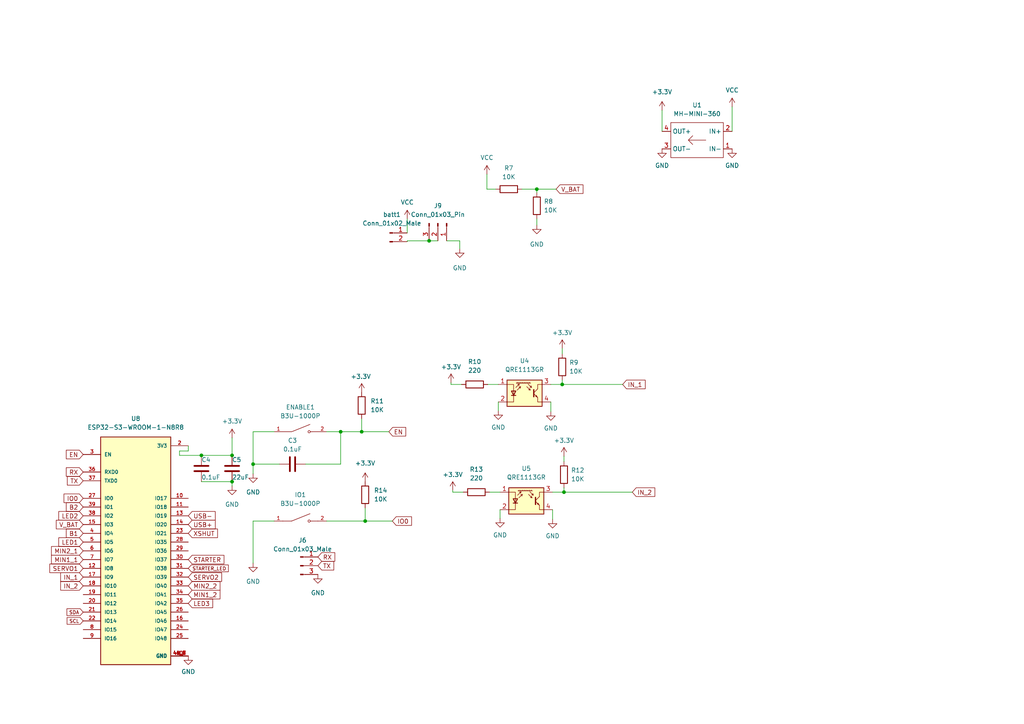
<source format=kicad_sch>
(kicad_sch (version 20231120) (generator "eeschema") (generator_version "8.0")
  (paper "A4")
  (junction (at 105.918 151.13))
  (junction (at 301.752 113.284))
  (junction (at 300.99 83.058))
  (junction (at 324.358 19.05))
  (junction (at 104.902 125.222))
  (junction (at 73.406 134.62))
  (junction (at 124.46 69.85))
  (junction (at 155.702 54.864))
  (junction (at 67.31 132.08))
  (junction (at 98.806 125.222))
  (junction (at 163.068 111.506))
  (junction (at 67.31 139.7))
  (junction (at 325.12 39.624))
  (junction (at 58.42 132.08))
  (junction (at 163.576 142.748))
  (wire (pts (xy 321.564 19.05) (xy 324.358 19.05)))
  (wire (pts (xy 130.81 110.998) (xy 130.81 111.506)))
  (wire (pts (xy 141.986 142.748) (xy 145.034 142.748)))
  (wire (pts (xy 349.758 19.05) (xy 349.758 21.59)))
  (wire (pts (xy 428.752 17.526) (xy 437.134 17.526)))
  (wire (pts (xy 343.916 39.624) (xy 350.012 39.624)))
  (wire (pts (xy 348.234 77.978) (xy 351.028 77.978)))
  (wire (pts (xy 144.526 116.586) (xy 144.526 119.126)))
  (wire (pts (xy 94.742 151.13) (xy 105.918 151.13)))
  (wire (pts (xy 163.576 132.334) (xy 163.576 133.858)))
  (wire (pts (xy 104.902 121.412) (xy 104.902 125.222)))
  (wire (pts (xy 343.408 19.05) (xy 349.758 19.05)))
  (wire (pts (xy 325.12 26.924) (xy 325.12 28.956)))
  (wire (pts (xy 369.57 25.654) (xy 369.57 29.972)))
  (wire (pts (xy 163.068 111.506) (xy 180.594 111.506)))
  (wire (pts (xy 129.54 69.85) (xy 133.35 69.85)))
  (wire (pts (xy 94.742 125.222) (xy 98.806 125.222)))
  (wire (pts (xy 391.414 25.654) (xy 391.414 29.972)))
  (wire (pts (xy 338.582 187.706) (xy 340.614 187.706)))
  (wire (pts (xy 104.902 125.222) (xy 112.776 125.222)))
  (wire (pts (xy 324.358 16.002) (xy 324.358 19.05)))
  (wire (pts (xy 352.806 98.806) (xy 352.806 108.204)))
  (wire (pts (xy 159.766 111.506) (xy 163.068 111.506)))
  (wire (pts (xy 131.318 142.24) (xy 131.318 142.748)))
  (wire (pts (xy 405.13 25.908) (xy 405.13 30.226)))
  (wire (pts (xy 52.07 130.81) (xy 54.61 130.81)))
  (wire (pts (xy 338.582 192.786) (xy 339.852 192.786)))
  (wire (pts (xy 151.384 54.864) (xy 155.702 54.864)))
  (wire (pts (xy 352.806 191.008) (xy 352.806 187.198)))
  (wire (pts (xy 105.918 151.13) (xy 113.792 151.13)))
  (wire (pts (xy 118.11 69.85) (xy 124.46 69.85)))
  (wire (pts (xy 192.024 32.004) (xy 192.024 38.1)))
  (wire (pts (xy 52.07 132.08) (xy 52.07 130.81)))
  (wire (pts (xy 73.406 151.13) (xy 73.406 163.322)))
  (wire (pts (xy 141.224 54.864) (xy 143.764 54.864)))
  (wire (pts (xy 58.42 139.7) (xy 67.31 139.7)))
  (wire (pts (xy 359.156 18.034) (xy 359.156 14.224)))
  (wire (pts (xy 73.406 134.62) (xy 81.026 134.62)))
  (wire (pts (xy 145.034 147.828) (xy 145.034 150.368)))
  (wire (pts (xy 445.262 34.036) (xy 445.262 34.29)))
  (wire (pts (xy 351.028 96.266) (xy 358.394 96.266)))
  (wire (pts (xy 391.414 3.556) (xy 391.414 6.604)))
  (wire (pts (xy 351.028 93.726) (xy 358.394 93.726)))
  (wire (pts (xy 352.806 108.204) (xy 349.504 108.204)))
  (wire (pts (xy 325.12 39.624) (xy 328.676 39.624)))
  (wire (pts (xy 351.028 77.978) (xy 351.028 93.726)))
  (wire (pts (xy 316.484 159.766) (xy 324.358 159.766)))
  (wire (pts (xy 350.012 39.624) (xy 350.012 42.164)))
  (wire (pts (xy 379.73 25.654) (xy 379.73 29.972)))
  (wire (pts (xy 383.54 57.15) (xy 396.494 57.15)))
  (wire (pts (xy 359.156 25.654) (xy 359.156 29.972)))
  (wire (pts (xy 352.806 159.512) (xy 360.68 159.512)))
  (wire (pts (xy 353.06 91.186) (xy 353.06 75.438)))
  (wire (pts (xy 118.11 69.85) (xy 118.11 70.104)))
  (wire (pts (xy 130.81 111.506) (xy 133.858 111.506)))
  (wire (pts (xy 353.06 75.438) (xy 348.234 75.438)))
  (wire (pts (xy 322.326 39.624) (xy 325.12 39.624)))
  (wire (pts (xy 160.274 147.828) (xy 160.274 150.622)))
  (wire (pts (xy 73.406 151.13) (xy 79.502 151.13)))
  (wire (pts (xy 155.702 54.864) (xy 155.702 55.88)))
  (wire (pts (xy 378.46 186.944) (xy 386.08 186.944)))
  (wire (pts (xy 88.646 134.62) (xy 98.806 134.62)))
  (wire (pts (xy 324.358 6.35) (xy 324.358 8.382)))
  (wire (pts (xy 67.31 132.08) (xy 58.42 132.08)))
  (wire (pts (xy 300.99 83.058) (xy 312.674 83.058)))
  (wire (pts (xy 155.702 54.864) (xy 161.29 54.864)))
  (wire (pts (xy 360.68 163.322) (xy 352.806 163.322)))
  (wire (pts (xy 300.99 83.058) (xy 300.99 85.344)))
  (wire (pts (xy 141.478 111.506) (xy 144.526 111.506)))
  (wire (pts (xy 133.35 69.85) (xy 133.35 72.136)))
  (wire (pts (xy 98.806 134.62) (xy 98.806 125.222)))
  (wire (pts (xy 340.868 197.866) (xy 338.582 197.866)))
  (wire (pts (xy 163.068 111.506) (xy 163.068 110.236)))
  (wire (pts (xy 352.806 163.322) (xy 352.806 164.084)))
  (wire (pts (xy 73.406 134.62) (xy 73.406 125.222)))
  (wire (pts (xy 163.576 142.748) (xy 163.576 141.478)))
  (wire (pts (xy 386.08 192.024) (xy 386.08 191.77)))
  (wire (pts (xy 52.07 132.08) (xy 58.42 132.08)))
  (wire (pts (xy 316.484 158.242) (xy 316.484 159.766)))
  (wire (pts (xy 425.196 22.86) (xy 425.196 25.146)))
  (wire (pts (xy 445.262 34.036) (xy 455.168 34.036)))
  (wire (pts (xy 212.344 38.1) (xy 212.344 30.988)))
  (wire (pts (xy 391.414 18.034) (xy 391.414 14.224)))
  (wire (pts (xy 163.068 101.092) (xy 163.068 102.616)))
  (wire (pts (xy 67.31 132.08) (xy 67.31 127)))
  (wire (pts (xy 383.54 71.882) (xy 396.494 71.882)))
  (wire (pts (xy 351.028 105.664) (xy 351.028 96.266)))
  (wire (pts (xy 369.57 18.034) (xy 369.57 14.224)))
  (wire (pts (xy 163.576 142.748) (xy 183.388 142.748)))
  (wire (pts (xy 379.73 18.034) (xy 379.73 14.224)))
  (wire (pts (xy 455.168 41.656) (xy 439.928 41.656)))
  (wire (pts (xy 67.31 140.97) (xy 67.31 139.7)))
  (wire (pts (xy 54.61 130.81) (xy 54.61 129.286)))
  (wire (pts (xy 324.358 163.576) (xy 316.484 163.576)))
  (wire (pts (xy 160.274 142.748) (xy 163.576 142.748)))
  (wire (pts (xy 439.928 41.656) (xy 439.928 40.386)))
  (wire (pts (xy 358.394 91.186) (xy 353.06 91.186)))
  (wire (pts (xy 340.614 187.706) (xy 340.614 185.674)))
  (wire (pts (xy 405.13 18.288) (xy 405.13 14.478)))
  (wire (pts (xy 324.358 19.05) (xy 328.168 19.05)))
  (wire (pts (xy 141.224 50.546) (xy 141.224 54.864)))
  (wire (pts (xy 352.806 198.628) (xy 352.806 202.946)))
  (wire (pts (xy 301.752 113.284) (xy 313.944 113.284)))
  (wire (pts (xy 105.918 147.32) (xy 105.918 151.13)))
  (wire (pts (xy 325.12 36.576) (xy 325.12 39.624)))
  (wire (pts (xy 155.702 63.5) (xy 155.702 65.278)))
  (wire (pts (xy 159.766 116.586) (xy 159.766 119.38)))
  (wire (pts (xy 73.406 137.414) (xy 73.406 134.62)))
  (wire (pts (xy 124.46 69.85) (xy 127 69.85)))
  (wire (pts (xy 73.406 125.222) (xy 79.502 125.222)))
  (wire (pts (xy 352.806 157.988) (xy 352.806 159.512)))
  (wire (pts (xy 358.394 98.806) (xy 352.806 98.806)))
  (wire (pts (xy 104.902 125.222) (xy 98.806 125.222)))
  (wire (pts (xy 301.752 113.284) (xy 301.752 115.316)))
  (wire (pts (xy 349.504 105.664) (xy 351.028 105.664)))
  (wire (pts (xy 316.484 163.576) (xy 316.484 164.338)))
  (wire (pts (xy 373.634 189.484) (xy 386.08 189.484)))
  (wire (pts (xy 118.11 67.564) (xy 118.11 63.5)))
  (wire (pts (xy 425.196 25.146) (xy 437.134 25.146)))
  (wire (pts (xy 405.13 3.81) (xy 405.13 6.858)))
  (wire (pts (xy 131.318 142.748) (xy 134.366 142.748)))
  (global_label "LED3" (shape input) (at 369.57 6.604 90) (property "Intersheetrefs" "${INTERSHEET_REFS}" (effects (hide yes))))
  (global_label "SERVO2" (shape input) (at 54.61 167.386 0) (property "Intersheetrefs" "${INTERSHEET_REFS}" (effects (hide yes))))
  (global_label "LED2" (shape input) (at 379.73 6.604 90) (property "Intersheetrefs" "${INTERSHEET_REFS}" (effects (hide yes))))
  (global_label "V_BAT" (shape input) (at 24.13 152.146 180) (property "Intersheetrefs" "${INTERSHEET_REFS}" (effects (hide yes))))
  (global_label "LED1" (shape input) (at 359.156 6.604 90) (property "Intersheetrefs" "${INTERSHEET_REFS}" (effects (hide yes))))
  (global_label "EN" (shape input) (at 24.13 131.826 180) (property "Intersheetrefs" "${INTERSHEET_REFS}" (effects (hide yes))))
  (global_label "IN_1" (shape input) (at 180.594 111.506 0) (property "Intersheetrefs" "${INTERSHEET_REFS}" (effects (hide yes))))
  (global_label "MIN2_1" (shape input) (at 312.674 77.978 180) (property "Intersheetrefs" "${INTERSHEET_REFS}" (effects (hide yes))))
  (global_label "SERVO2" (shape input) (at 383.54 74.422 0) (property "Intersheetrefs" "${INTERSHEET_REFS}" (effects (hide yes))))
  (global_label "RX" (shape input) (at 24.13 136.906 180) (property "Intersheetrefs" "${INTERSHEET_REFS}" (effects (hide yes))))
  (global_label "XSHUT" (shape input) (at 54.61 154.686 0) (property "Intersheetrefs" "${INTERSHEET_REFS}" (effects (hide yes))))
  (global_label "B2" (shape input) (at 321.564 19.05 180) (property "Intersheetrefs" "${INTERSHEET_REFS}" (effects (hide yes))))
  (global_label "IO0" (shape input) (at 24.13 144.526 180) (property "Intersheetrefs" "${INTERSHEET_REFS}" (effects (hide yes))))
  (global_label "STARTER" (shape input) (at 339.852 192.786 0) (property "Intersheetrefs" "${INTERSHEET_REFS}" (effects (hide yes))))
  (global_label "SCL" (shape input) (at 324.358 167.386 180) (effects (font (size 1 1))) (property "Intersheetrefs" "${INTERSHEET_REFS}" (effects (hide yes))))
  (global_label "IN_2" (shape input) (at 455.168 36.576 180) (property "Intersheetrefs" "${INTERSHEET_REFS}" (effects (hide yes))))
  (global_label "USB-" (shape input) (at 54.61 149.606 0) (property "Intersheetrefs" "${INTERSHEET_REFS}" (effects (hide yes))))
  (global_label "TX" (shape input) (at 92.202 164.084 0) (property "Intersheetrefs" "${INTERSHEET_REFS}" (effects (hide yes))))
  (global_label "SDA" (shape input) (at 360.68 170.942 180) (effects (font (size 1 1))) (property "Intersheetrefs" "${INTERSHEET_REFS}" (effects (hide yes))))
  (global_label "EN" (shape input) (at 112.776 125.222 0) (property "Intersheetrefs" "${INTERSHEET_REFS}" (effects (hide yes))))
  (global_label "STARTER_LED" (shape input) (at 54.61 164.846 0) (effects (font (size 1 1))) (property "Intersheetrefs" "${INTERSHEET_REFS}" (effects (hide yes))))
  (global_label "MIN1_2" (shape input) (at 54.61 172.466 0) (property "Intersheetrefs" "${INTERSHEET_REFS}" (effects (hide yes))))
  (global_label "IN_2" (shape input) (at 183.388 142.748 0) (property "Intersheetrefs" "${INTERSHEET_REFS}" (effects (hide yes))))
  (global_label "MIN1_1" (shape input) (at 312.674 75.438 180) (property "Intersheetrefs" "${INTERSHEET_REFS}" (effects (hide yes))))
  (global_label "LED2" (shape input) (at 24.13 149.606 180) (property "Intersheetrefs" "${INTERSHEET_REFS}" (effects (hide yes))))
  (global_label "B2" (shape input) (at 24.13 147.066 180) (property "Intersheetrefs" "${INTERSHEET_REFS}" (effects (hide yes))))
  (global_label "V_BAT" (shape input) (at 161.29 54.864 0) (property "Intersheetrefs" "${INTERSHEET_REFS}" (effects (hide yes))))
  (global_label "SDA" (shape input) (at 324.358 171.196 180) (effects (font (size 1 1))) (property "Intersheetrefs" "${INTERSHEET_REFS}" (effects (hide yes))))
  (global_label "IN_1" (shape input) (at 455.168 39.116 180) (property "Intersheetrefs" "${INTERSHEET_REFS}" (effects (hide yes))))
  (global_label "SERVO1" (shape input) (at 383.54 59.69 0) (property "Intersheetrefs" "${INTERSHEET_REFS}" (effects (hide yes))))
  (global_label "STARTER" (shape input) (at 386.08 191.77 180) (property "Intersheetrefs" "${INTERSHEET_REFS}" (effects (hide yes))))
  (global_label "MIN1_2" (shape input) (at 313.944 105.664 180) (property "Intersheetrefs" "${INTERSHEET_REFS}" (effects (hide yes))))
  (global_label "MIN2_2" (shape input) (at 313.944 108.204 180) (property "Intersheetrefs" "${INTERSHEET_REFS}" (effects (hide yes))))
  (global_label "SCL" (shape input) (at 360.68 167.132 180) (effects (font (size 1 1))) (property "Intersheetrefs" "${INTERSHEET_REFS}" (effects (hide yes))))
  (global_label "IN_2" (shape input) (at 24.13 169.926 180) (property "Intersheetrefs" "${INTERSHEET_REFS}" (effects (hide yes))))
  (global_label "MIN2_2" (shape input) (at 54.61 169.926 0) (property "Intersheetrefs" "${INTERSHEET_REFS}" (effects (hide yes))))
  (global_label "IO0" (shape input) (at 113.792 151.13 0) (property "Intersheetrefs" "${INTERSHEET_REFS}" (effects (hide yes))))
  (global_label "LED3" (shape input) (at 54.61 175.006 0) (property "Intersheetrefs" "${INTERSHEET_REFS}" (effects (hide yes))))
  (global_label "SDA" (shape input) (at 24.13 177.546 180) (effects (font (size 1 1))) (property "Intersheetrefs" "${INTERSHEET_REFS}" (effects (hide yes))))
  (global_label "XSHUT" (shape input) (at 385.318 163.83 270) (property "Intersheetrefs" "${INTERSHEET_REFS}" (effects (hide yes))))
  (global_label "MIN1_1" (shape input) (at 24.13 162.306 180) (property "Intersheetrefs" "${INTERSHEET_REFS}" (effects (hide yes))))
  (global_label "B1" (shape input) (at 24.13 154.686 180) (property "Intersheetrefs" "${INTERSHEET_REFS}" (effects (hide yes))))
  (global_label "B1" (shape input) (at 322.326 39.624 180) (property "Intersheetrefs" "${INTERSHEET_REFS}" (effects (hide yes))))
  (global_label "MIN2_1" (shape input) (at 24.13 159.766 180) (property "Intersheetrefs" "${INTERSHEET_REFS}" (effects (hide yes))))
  (global_label "IN_1" (shape input) (at 437.134 22.606 180) (property "Intersheetrefs" "${INTERSHEET_REFS}" (effects (hide yes))))
  (global_label "LED1" (shape input) (at 24.13 157.226 180) (property "Intersheetrefs" "${INTERSHEET_REFS}" (effects (hide yes))))
  (global_label "TX" (shape input) (at 24.13 139.446 180) (property "Intersheetrefs" "${INTERSHEET_REFS}" (effects (hide yes))))
  (global_label "RX" (shape input) (at 92.202 161.544 0) (property "Intersheetrefs" "${INTERSHEET_REFS}" (effects (hide yes))))
  (global_label "SCL" (shape input) (at 24.13 180.086 180) (effects (font (size 1 1))) (property "Intersheetrefs" "${INTERSHEET_REFS}" (effects (hide yes))))
  (global_label "STARTER" (shape input) (at 54.61 162.306 0) (property "Intersheetrefs" "${INTERSHEET_REFS}" (effects (hide yes))))
  (global_label "IN_2" (shape input) (at 437.134 20.066 180) (property "Intersheetrefs" "${INTERSHEET_REFS}" (effects (hide yes))))
  (global_label "STARTER_LED" (shape input) (at 352.806 179.578 90) (effects (font (size 1 1))) (property "Intersheetrefs" "${INTERSHEET_REFS}" (effects (hide yes))))
  (global_label "IN_1" (shape input) (at 24.13 167.386 180) (property "Intersheetrefs" "${INTERSHEET_REFS}" (effects (hide yes))))
  (global_label "SERVO1" (shape input) (at 24.13 164.846 180) (property "Intersheetrefs" "${INTERSHEET_REFS}" (effects (hide yes))))
  (global_label "USB+" (shape input) (at 54.61 152.146 0) (property "Intersheetrefs" "${INTERSHEET_REFS}" (effects (hide yes))))
  (symbol (lib_id "power:GND") (at 428.752 17.526 0) (unit 1)
    (property "Reference" "#PWR03" (effects (hide yes)))
    (property "Value" "GND" (at 428.752 22.86 0))
  )
  (symbol (lib_id "power:+3.3V") (at 425.196 22.86 0) (unit 1)
    (property "Reference" "#PWR05" (effects (hide yes)))
    (property "Value" "+3.3V" (at 425.196 18.288 0))
  )
  (symbol (lib_id "Device:LED") (at 391.414 21.844 90) (unit 1)
    (property "Reference" "3.3V1" (at 395.29 22.1614 90) (effects (justify right)))
    (property "Value" "LED" (at 395.29 24.7014 90) (effects (justify right)))
    (property "Footprint" "LED_SMD:LED_0603_1608Metric" (effects (hide yes)))
  )
  (symbol (lib_id "Sensor_Proximity:QRE1113GR") (at 152.654 145.288 0) (unit 1)
    (property "Reference" "U5" (at 152.654 135.89 0))
    (property "Value" "QRE1113GR" (at 152.654 138.43 0))
    (property "Footprint" "OptoDevice:OnSemi_CASE100CY" (effects (hide yes)))
    (property "Datasheet" "http://www.onsemi.com/pub/Collateral/QRE1113-D.PDF" (effects (hide yes)))
  )
  (symbol (lib_id "Device:LED") (at 405.13 22.098 90) (unit 1)
    (property "Reference" "V_BAT1" (at 408.94 22.4154 90) (effects (justify right)))
    (property "Value" "LED" (at 408.94 24.9554 90) (effects (justify right)))
    (property "Footprint" "LED_SMD:LED_0603_1608Metric" (effects (hide yes)))
  )
  (symbol (lib_id "power:+3.3V") (at 340.614 185.674 0) (unit 1)
    (property "Reference" "#PWR052" (effects (hide yes)))
    (property "Value" "+3.3V" (at 340.614 181.102 0))
  )
  (symbol (lib_id "Device:C") (at 84.836 134.62 270) (unit 1)
    (property "Reference" "C3" (at 84.836 127.762 90))
    (property "Value" "0.1uF" (at 84.836 130.302 90))
    (property "Footprint" "Capacitor_SMD:C_0603_1608Metric" (effects (hide yes)))
  )
  (symbol (lib_id "power:GND") (at 350.012 42.164 0) (unit 1)
    (property "Reference" "#PWR015" (effects (hide yes)))
    (property "Value" "GND" (at 350.012 46.99 0))
  )
  (symbol (lib_id "power:+3.3V") (at 67.31 127 0) (unit 1)
    (property "Reference" "#PWR058" (effects (hide yes)))
    (property "Value" "+3.3V" (at 67.31 122.174 0))
  )
  (symbol (lib_id "Device:LED") (at 369.57 21.844 90) (unit 1)
    (property "Reference" "LED2" (at 373.446 22.1614 90) (effects (justify right)))
    (property "Value" "LED" (at 373.446 24.7014 90) (effects (justify right)))
    (property "Footprint" "LED_SMD:LED_0603_1608Metric" (effects (hide yes)))
  )
  (symbol (lib_id "power:GND") (at 445.262 34.29 0) (unit 1)
    (property "Reference" "#PWR013" (effects (hide yes)))
    (property "Value" "GND" (at 445.262 39.624 0))
  )
  (symbol (lib_id "power:GND") (at 212.344 43.18 0) (unit 1)
    (property "Reference" "#PWR017" (effects (hide yes)))
    (property "Value" "GND" (at 212.344 48.006 0))
  )
  (symbol (lib_id "Device:R") (at 104.902 117.602 180) (unit 1)
    (property "Reference" "R11" (at 107.442 116.3319 0) (effects (justify right)))
    (property "Value" "10K" (at 107.442 118.8719 0) (effects (justify right)))
    (property "Footprint" "Resistor_SMD:R_0603_1608Metric" (effects (hide yes)))
  )
  (symbol (lib_id "power:GND") (at 405.13 30.226 0) (unit 1)
    (property "Reference" "#PWR050" (effects (hide yes)))
    (property "Value" "GND" (at 405.13 35.56 0))
  )
  (symbol (lib_id "power:GND") (at 73.406 163.322 0) (unit 1)
    (property "Reference" "#PWR046" (effects (hide yes)))
    (property "Value" "GND" (at 73.406 168.656 0))
  )
  (symbol (lib_id "Device:R") (at 163.068 106.426 180) (unit 1)
    (property "Reference" "R9" (at 165.1 105.1559 0) (effects (justify right)))
    (property "Value" "10K" (at 165.1 107.6959 0) (effects (justify right)))
    (property "Footprint" "Resistor_SMD:R_0603_1608Metric" (effects (hide yes)))
  )
  (symbol (lib_id "power:VCC") (at 212.344 30.988 0) (unit 1)
    (property "Reference" "#PWR011" (effects (hide yes)))
    (property "Value" "VCC" (at 212.344 26.162 0))
  )
  (symbol (lib_id "power:+3.3V") (at 325.12 26.924 0) (unit 1)
    (property "Reference" "#PWR06" (effects (hide yes)))
    (property "Value" "+3.3V" (at 325.12 22.352 0))
  )
  (symbol (lib_id "drv8210DRLR:DRV8210DRLR") (at 331.724 113.284 0) (unit 1)
    (property "Reference" "U3" (at 331.724 97.282 0))
    (property "Value" "DRV8210DRLR" (at 331.724 99.822 0))
    (property "Footprint" "drv8210DRLR:SOT50P160X60-6N" (effects (hide yes)))
    (property "Description" "\n12-V, 1.76-A H-bridge motor driver with auto sleep mode\n" (effects (hide yes)))
    (property "MF" "Texas Instruments" (effects (hide yes)))
    (property "Package" "SOT-563 Texas Instruments" (effects (hide yes)))
    (property "Price" "None" (effects (hide yes)))
    (property "Check_prices" "https://www.snapeda.com/parts/DRV8210DRLR/Texas+Instruments/view-part/?ref=eda" (effects (hide yes)))
    (property "SnapEDA_Link" "https://www.snapeda.com/parts/DRV8210DRLR/Texas+Instruments/view-part/?ref=snap" (effects (hide yes)))
    (property "MP" "DRV8210DRLR" (effects (hide yes)))
    (property "Purchase-URL" "https://www.snapeda.com/api/url_track_click_mouser/?unipart_id=8659260&manufacturer=Texas Instruments&part_name=DRV8210DRLR&search_term=drv8210drlr" (effects (hide yes)))
    (property "Availability" "In Stock" (effects (hide yes)))
    (property "Manufacturer" "Texas Instruments" (effects (hide yes)))
  )
  (symbol (lib_id "New_Library:MH-MINI-360") (at 202.184 48.26 180) (unit 1)
    (property "Reference" "U1" (at 202.184 30.48 0))
    (property "Value" "MH-MINI-360" (at 202.184 33.02 0))
    (property "Footprint" "MH-MINI-360:MH-MINI-360" (effects (hide yes)))
  )
  (symbol (lib_id "Device:R") (at 137.668 111.506 90) (unit 1)
    (property "Reference" "R10" (at 137.668 104.902 90))
    (property "Value" "220" (at 137.668 107.442 90))
    (property "Footprint" "Resistor_SMD:R_0603_1608Metric" (effects (hide yes)))
  )
  (symbol (lib_id "power:VCC") (at 396.494 71.882 0) (unit 1)
    (property "Reference" "#PWR024" (effects (hide yes)))
    (property "Value" "VCC" (at 396.494 67.056 0))
  )
  (symbol (lib_id "B3U-1000P:B3U-1000P") (at 87.122 151.13 0) (unit 1)
    (property "Reference" "IO1" (at 87.122 143.51 0))
    (property "Value" "B3U-1000P" (at 87.122 146.05 0))
    (property "Footprint" "B3U-1000P:SW_B3U-1000P" (effects (hide yes)))
    (property "Description" "\nSWITCH;TACTILE,TOP ACTUATED,TACTILE & JOG SWITCHES W/O BOSS W/O GROUND | Omron Electronic Components B3U-1000P\n" (effects (hide yes)))
    (property "MF" "Omron" (effects (hide yes)))
    (property "DESCRIPTION" "Tactile Switch SPST-NO Top Actuated Surface Mount" (effects (hide yes)))
    (property "PACKAGE" "None" (effects (hide yes)))
    (property "PRICE" "None" (effects (hide yes)))
    (property "Package" "Custom Package Omron" (effects (hide yes)))
    (property "Check_prices" "https://www.snapeda.com/parts/B3U-1000P/Omron+Electronics+Inc-EMC+Div/view-part/?ref=eda" (effects (hide yes)))
    (property "Price" "None" (effects (hide yes)))
    (property "SnapEDA_Link" "https://www.snapeda.com/parts/B3U-1000P/Omron+Electronics+Inc-EMC+Div/view-part/?ref=snap" (effects (hide yes)))
    (property "MP" "B3U-1000P" (effects (hide yes)))
    (property "Purchase-URL" "https://www.snapeda.com/api/url_track_click_mouser/?unipart_id=104326&manufacturer=Omron&part_name=B3U-1000P&search_term= b3u" (effects (hide yes)))
    (property "Availability" "In Stock" (effects (hide yes)))
    (property "AVAILABILITY" "Unavailable" (effects (hide yes)))
  )
  (symbol (lib_id "power:VCC") (at 301.752 113.284 0) (unit 1)
    (property "Reference" "#PWR031" (effects (hide yes)))
    (property "Value" "VCC" (at 301.752 108.458 0))
  )
  (symbol (lib_id "power:GND") (at 383.54 54.61 90) (unit 1)
    (property "Reference" "#PWR019" (effects (hide yes)))
    (property "Value" "GND" (at 386.842 54.6099 90) (effects (justify right)))
  )
  (symbol (lib_id "Device:C") (at 58.42 135.89 180) (unit 1)
    (property "Reference" "C4" (at 58.42 133.35 0) (effects (justify right)))
    (property "Value" "0.1uF" (at 58.42 138.43 0) (effects (justify right)))
    (property "Footprint" "Capacitor_SMD:C_0603_1608Metric" (effects (hide yes)))
  )
  (symbol (lib_id "Connector:Conn_01x02_Male") (at 363.474 98.806 180) (unit 1)
    (property "Reference" "J4" (at 364.49 96.2659 0) (effects (justify right)))
    (property "Value" "Conn_01x02_Male" (at 364.49 98.8059 0) (effects (justify right)))
    (property "Footprint" "Connector_PinHeader_1.27mm:PinHeader_1x02_P1.27mm_Vertical" (effects (hide yes)))
  )
  (symbol (lib_id "power:GND") (at 301.752 122.936 0) (unit 1)
    (property "Reference" "#PWR036" (effects (hide yes)))
    (property "Value" "GND" (at 301.752 128.524 0))
  )
  (symbol (lib_id "power:GND") (at 155.702 65.278 0) (unit 1)
    (property "Reference" "#PWR022" (effects (hide yes)))
    (property "Value" "GND" (at 155.702 70.866 0))
  )
  (symbol (lib_name "TOFVL53L0X_1") (lib_id "TOFVL53L0X:TOFVL53L0X") (at 333.248 153.416 0) (unit 1)
    (property "Reference" "U7" (at 335.788 152.4 0))
    (property "Value" "TOFVL53L0X" (at 335.788 154.94 0))
    (property "Footprint" "TOFVL53L0X:TOFVL53L0X" (effects (hide yes)))
  )
  (symbol (lib_id "Connector:Conn_01x04_Female") (at 460.248 36.576 0) (unit 1)
    (property "Reference" "J2" (at 461.518 36.5759 0) (effects (justify left)))
    (property "Value" "Conn_01x04_Female" (at 461.518 39.1159 0) (effects (justify left)))
    (property "Footprint" "Connector_PinHeader_2.54mm:PinHeader_1x04_P2.54mm_Vertical" (effects (hide yes)))
  )
  (symbol (lib_id "power:GND") (at 349.758 21.59 0) (unit 1)
    (property "Reference" "#PWR04" (effects (hide yes)))
    (property "Value" "GND" (at 349.758 26.416 0))
  )
  (symbol (lib_id "B3U-1000P:B3U-1000P") (at 87.122 125.222 0) (unit 1)
    (property "Reference" "ENABLE1" (at 87.122 118.11 0))
    (property "Value" "B3U-1000P" (at 87.122 120.65 0))
    (property "Footprint" "B3U-1000P:SW_B3U-1000P" (effects (hide yes)))
    (property "Description" "\nSWITCH;TACTILE,TOP ACTUATED,TACTILE & JOG SWITCHES W/O BOSS W/O GROUND | Omron Electronic Components B3U-1000P\n" (effects (hide yes)))
    (property "MF" "Omron" (effects (hide yes)))
    (property "DESCRIPTION" "Tactile Switch SPST-NO Top Actuated Surface Mount" (effects (hide yes)))
    (property "PACKAGE" "None" (effects (hide yes)))
    (property "PRICE" "None" (effects (hide yes)))
    (property "Package" "Custom Package Omron" (effects (hide yes)))
    (property "Check_prices" "https://www.snapeda.com/parts/B3U-1000P/Omron+Electronics+Inc-EMC+Div/view-part/?ref=eda" (effects (hide yes)))
    (property "Price" "None" (effects (hide yes)))
    (property "SnapEDA_Link" "https://www.snapeda.com/parts/B3U-1000P/Omron+Electronics+Inc-EMC+Div/view-part/?ref=snap" (effects (hide yes)))
    (property "MP" "B3U-1000P" (effects (hide yes)))
    (property "Purchase-URL" "https://www.snapeda.com/api/url_track_click_mouser/?unipart_id=104326&manufacturer=Omron&part_name=B3U-1000P&search_term= b3u" (effects (hide yes)))
    (property "Availability" "In Stock" (effects (hide yes)))
    (property "AVAILABILITY" "Unavailable" (effects (hide yes)))
  )
  (symbol (lib_id "power:VCC") (at 141.224 50.546 0) (unit 1)
    (property "Reference" "#PWR018" (effects (hide yes)))
    (property "Value" "VCC" (at 141.224 45.72 0))
  )
  (symbol (lib_id "power:GND") (at 54.61 190.246 0) (unit 1)
    (property "Reference" "#PWR055" (effects (hide yes)))
    (property "Value" "GND" (at 54.61 194.818 0))
  )
  (symbol (lib_id "power:GND") (at 359.156 29.972 0) (unit 1)
    (property "Reference" "#PWR07" (effects (hide yes)))
    (property "Value" "GND" (at 359.156 35.306 0))
  )
  (symbol (lib_name "TOFVL53L0X_1") (lib_id "TOFVL53L0X:TOFVL53L0X") (at 369.57 153.162 0) (unit 1)
    (property "Reference" "U6" (at 372.11 152.146 0))
    (property "Value" "TOFVL53L0X" (at 372.11 154.686 0))
    (property "Footprint" "TOFVL53L0X:TOFVL53L0X" (effects (hide yes)))
  )
  (symbol (lib_id "Connector:Conn_01x03_Male") (at 378.46 57.15 0) (unit 1)
    (property "Reference" "SV1" (at 379.095 49.276 0))
    (property "Value" "Conn_01x03_Male" (at 379.095 51.816 0))
    (property "Footprint" "Connector_PinHeader_1.27mm:PinHeader_1x03_P1.27mm_Vertical" (effects (hide yes)))
  )
  (symbol (lib_id "Device:R") (at 105.918 143.51 180) (unit 1)
    (property "Reference" "R14" (at 108.458 142.2399 0) (effects (justify right)))
    (property "Value" "10K" (at 108.458 144.7799 0) (effects (justify right)))
    (property "Footprint" "Resistor_SMD:R_0603_1608Metric" (effects (hide yes)))
  )
  (symbol (lib_id "power:GND") (at 379.73 29.972 0) (unit 1)
    (property "Reference" "#PWR09" (effects (hide yes)))
    (property "Value" "GND" (at 379.73 35.306 0))
  )
  (symbol (lib_id "Device:R") (at 138.176 142.748 90) (unit 1)
    (property "Reference" "R13" (at 138.176 136.144 90))
    (property "Value" "220" (at 138.176 138.684 90))
    (property "Footprint" "Resistor_SMD:R_0603_1608Metric" (effects (hide yes)))
  )
  (symbol (lib_id "power:+3.3V") (at 163.576 132.334 0) (unit 1)
    (property "Reference" "#PWR038" (effects (hide yes)))
    (property "Value" "+3.3V" (at 163.576 127.762 0))
  )
  (symbol (lib_id "Connector:Conn_01x04_Female") (at 442.214 20.066 0) (unit 1)
    (property "Reference" "J1" (at 443.484 20.0659 0) (effects (justify left)))
    (property "Value" "Conn_01x04_Female" (at 443.484 22.6059 0) (effects (justify left)))
    (property "Footprint" "Connector_PinHeader_2.54mm:PinHeader_1x04_P2.54mm_Vertical" (effects (hide yes)))
  )
  (symbol (lib_id "Connector:Conn_01x02_Male") (at 113.03 67.564 0) (unit 1)
    (property "Reference" "batt1" (at 113.665 62.23 0))
    (property "Value" "Conn_01x02_Male" (at 113.665 64.77 0))
    (property "Footprint" "Connector_PinHeader_2.54mm:PinHeader_1x02_P2.54mm_Vertical" (effects (hide yes)))
  )
  (symbol (lib_id "Device:C_Polarized") (at 300.99 89.154 0) (unit 1)
    (property "Reference" "C1" (at 304.292 86.9949 0) (effects (justify left)))
    (property "Value" "C_Polarized" (at 304.292 89.5349 0) (effects (justify left)))
    (property "Footprint" "Capacitor_Tantalum_SMD:CP_EIA-3528-21_Kemet-B" (effects (hide yes)))
  )
  (symbol (lib_id "Device:R") (at 369.57 10.414 0) (unit 1)
    (property "Reference" "R2" (at 371.348 9.1439 0) (effects (justify left)))
    (property "Value" "1K" (at 371.348 11.6839 0) (effects (justify left)))
    (property "Footprint" "Resistor_SMD:R_0603_1608Metric" (effects (hide yes)))
  )
  (symbol (lib_id "power:GND") (at 340.868 197.866 0) (unit 1)
    (property "Reference" "#PWR056" (effects (hide yes)))
    (property "Value" "GND" (at 340.868 202.692 0))
  )
  (symbol (lib_id "power:GND") (at 373.634 189.484 0) (unit 1)
    (property "Reference" "#PWR054" (effects (hide yes)))
    (property "Value" "GND" (at 373.634 194.31 0))
  )
  (symbol (lib_id "power:GND") (at 369.57 29.972 0) (unit 1)
    (property "Reference" "#PWR08" (effects (hide yes)))
    (property "Value" "GND" (at 369.57 35.306 0))
  )
  (symbol (lib_id "Device:R") (at 391.414 10.414 0) (unit 1)
    (property "Reference" "R4" (at 393.192 9.1439 0) (effects (justify left)))
    (property "Value" "1K" (at 393.192 11.6839 0) (effects (justify left)))
    (property "Footprint" "Resistor_SMD:R_0603_1608Metric" (effects (hide yes)))
  )
  (symbol (lib_id "Device:R") (at 405.13 10.668 0) (unit 1)
    (property "Reference" "R16" (at 406.908 9.3979 0) (effects (justify left)))
    (property "Value" "2K" (at 406.908 11.9379 0) (effects (justify left)))
    (property "Footprint" "Resistor_SMD:R_0603_1608Metric" (effects (hide yes)))
  )
  (symbol (lib_id "power:GND") (at 192.024 43.18 0) (unit 1)
    (property "Reference" "#PWR016" (effects (hide yes)))
    (property "Value" "GND" (at 192.024 48.006 0))
  )
  (symbol (lib_id "Device:C") (at 67.31 135.89 180) (unit 1)
    (property "Reference" "C5" (at 67.31 133.35 0) (effects (justify right)))
    (property "Value" "22uF" (at 67.31 138.43 0) (effects (justify right)))
    (property "Footprint" "Capacitor_SMD:C_0805_2012Metric" (effects (hide yes)))
  )
  (symbol (lib_id "power:+3.3V") (at 324.358 6.35 0) (unit 1)
    (property "Reference" "#PWR02" (effects (hide yes)))
    (property "Value" "+3.3V" (at 324.358 1.778 0))
  )
  (symbol (lib_id "power:GND") (at 391.414 29.972 0) (unit 1)
    (property "Reference" "#PWR010" (effects (hide yes)))
    (property "Value" "GND" (at 391.414 35.306 0))
  )
  (symbol (lib_id "power:GND") (at 160.274 150.622 0) (unit 1)
    (property "Reference" "#PWR043" (effects (hide yes)))
    (property "Value" "GND" (at 160.274 155.448 0))
  )
  (symbol (lib_id "power:+3.3V") (at 105.918 139.7 0) (unit 1)
    (property "Reference" "#PWR040" (effects (hide yes)))
    (property "Value" "+3.3V" (at 105.918 134.366 0))
  )
  (symbol (lib_id "Device:R") (at 324.358 12.192 0) (unit 1)
    (property "Reference" "R5" (at 327.152 10.9219 0) (effects (justify left)))
    (property "Value" "10K" (at 327.152 13.4619 0) (effects (justify left)))
    (property "Footprint" "Resistor_SMD:R_0603_1608Metric" (effects (hide yes)))
  )
  (symbol (lib_id "power:GND") (at 73.406 137.414 0) (unit 1)
    (property "Reference" "#PWR039" (effects (hide yes)))
    (property "Value" "GND" (at 73.406 142.748 0))
  )
  (symbol (lib_id "power:GND") (at 352.806 164.084 0) (unit 1)
    (property "Reference" "#PWR047" (effects (hide yes)))
    (property "Value" "GND" (at 352.806 168.91 0))
  )
  (symbol (lib_id "Connector:Conn_01x01_Male") (at 385.318 158.75 270) (unit 1)
    (property "Reference" "J5" (at 386.334 158.1149 90) (effects (justify left)))
    (property "Value" "Conn_01x01_Male" (at 386.334 160.6549 90) (effects (justify left)))
    (property "Footprint" "Connector_PinHeader_1.27mm:PinHeader_1x01_P1.27mm_Vertical" (effects (hide yes)))
  )
  (symbol (lib_id "power:GND") (at 92.202 166.624 0) (unit 1)
    (property "Reference" "#PWR049" (effects (hide yes)))
    (property "Value" "GND" (at 92.202 171.958 0))
  )
  (symbol (lib_id "power:+3.3V") (at 104.902 113.792 0) (unit 1)
    (property "Reference" "#PWR032" (effects (hide yes)))
    (property "Value" "+3.3V" (at 104.648 109.22 0))
  )
  (symbol (lib_id "Device:R") (at 155.702 59.69 180) (unit 1)
    (property "Reference" "R8" (at 157.734 58.4199 0) (effects (justify right)))
    (property "Value" "10K" (at 157.734 60.9599 0) (effects (justify right)))
    (property "Footprint" "Resistor_SMD:R_0603_1608Metric" (effects (hide yes)))
  )
  (symbol (lib_id "power:+3.3V") (at 391.414 3.556 0) (mirror y) (unit 1)
    (property "Reference" "#PWR01" (effects (hide yes)))
    (property "Value" "+3.3V" (at 393.7 2.2859 0) (effects (justify right)))
  )
  (symbol (lib_id "Interface_Optical:TSOP323xx") (at 328.422 192.786 0) (unit 1)
    (property "Reference" "U9" (at 326.687 181.102 0))
    (property "Value" "TSOP323xx" (at 326.687 183.642 0))
    (property "Footprint" "OptoDevice:Vishay_MOLD-3Pin" (effects (hide yes)))
    (property "Datasheet" "http://www.vishay.com/docs/82490/tsop321.pdf" (effects (hide yes)))
  )
  (symbol (lib_id "power:GND") (at 348.234 88.138 0) (unit 1)
    (property "Reference" "#PWR027" (effects (hide yes)))
    (property "Value" "GND" (at 348.234 93.726 0))
  )
  (symbol (lib_id "Connector:Conn_01x03_Male") (at 378.46 71.882 0) (unit 1)
    (property "Reference" "SV2" (at 379.095 64.516 0))
    (property "Value" "Conn_01x03_Male" (at 379.095 67.056 0))
    (property "Footprint" "Connector_PinHeader_1.27mm:PinHeader_1x03_P1.27mm_Vertical" (effects (hide yes)))
  )
  (symbol (lib_id "drv8210DRLR:DRV8210DRLR") (at 330.454 83.058 0) (unit 1)
    (property "Reference" "U2" (at 330.454 67.056 0))
    (property "Value" "DRV8210DRLR" (at 330.454 69.596 0))
    (property "Footprint" "drv8210DRLR:SOT50P160X60-6N" (effects (hide yes)))
    (property "Description" "\n12-V, 1.76-A H-bridge motor driver with auto sleep mode\n" (effects (hide yes)))
    (property "MF" "Texas Instruments" (effects (hide yes)))
    (property "Package" "SOT-563 Texas Instruments" (effects (hide yes)))
    (property "Price" "None" (effects (hide yes)))
    (property "Check_prices" "https://www.snapeda.com/parts/DRV8210DRLR/Texas+Instruments/view-part/?ref=eda" (effects (hide yes)))
    (property "SnapEDA_Link" "https://www.snapeda.com/parts/DRV8210DRLR/Texas+Instruments/view-part/?ref=snap" (effects (hide yes)))
    (property "MP" "DRV8210DRLR" (effects (hide yes)))
    (property "Purchase-URL" "https://www.snapeda.com/api/url_track_click_mouser/?unipart_id=8659260&manufacturer=Texas Instruments&part_name=DRV8210DRLR&search_term=drv8210drlr" (effects (hide yes)))
    (property "Availability" "In Stock" (effects (hide yes)))
    (property "Manufacturer" "Texas Instruments" (effects (hide yes)))
  )
  (symbol (lib_id "power:VCC") (at 396.494 57.15 0) (unit 1)
    (property "Reference" "#PWR020" (effects (hide yes)))
    (property "Value" "VCC" (at 396.494 52.324 0))
  )
  (symbol (lib_id "power:GND") (at 352.806 202.946 0) (unit 1)
    (property "Reference" "#PWR057" (effects (hide yes)))
    (property "Value" "GND" (at 352.806 208.28 0))
  )
  (symbol (lib_id "esp32s3:ESP32-S3-WROOM-1-N8R8") (at 39.37 159.766 0) (unit 1)
    (property "Reference" "U8" (at 39.37 121.412 0))
    (property "Value" "ESP32-S3-WROOM-1-N8R8" (at 39.37 123.952 0))
    (property "Footprint" "esp32s3:XCVR_ESP32S3WROOM1N8R8" (effects (hide yes)))
    (property "Description" "\nBluetooth, WiFi 802.11b/g/n, Bluetooth v5.0 Transceiver Module 2.4GHz PCB Trace Surface Mount\n" (effects (hide yes)))
    (property "MF" "Espressif Systems" (effects (hide yes)))
    (property "DESCRIPTION" "Bluetooth, WiFi 802.11b/g/n, Bluetooth v5.0 Transceiver Module 2.4GHz PCB Trace Surface Mount" (effects (hide yes)))
    (property "PACKAGE" "SMD-41 Espressif Systems" (effects (hide yes)))
    (property "PRICE" "None" (effects (hide yes)))
    (property "Package" "NON STANDARD Espressif Systems" (effects (hide yes)))
    (property "Check_prices" "https://www.snapeda.com/parts/ESP32-S3-WROOM-1-N8R8/Espressif+Systems/view-part/?ref=eda" (effects (hide yes)))
    (property "Price" "None" (effects (hide yes)))
    (property "SnapEDA_Link" "https://www.snapeda.com/parts/ESP32-S3-WROOM-1-N8R8/Espressif+Systems/view-part/?ref=snap" (effects (hide yes)))
    (property "MP" "ESP32-S3-WROOM-1-N8R8" (effects (hide yes)))
    (property "Purchase-URL" "https://www.snapeda.com/api/url_track_click_mouser/?unipart_id=8936581&manufacturer=Espressif Systems&part_name=ESP32-S3-WROOM-1-N8R8&search_term=esp32 s3" (effects (hide yes)))
    (property "Availability" "In Stock" (effects (hide yes)))
    (property "AVAILABILITY" "In Stock" (effects (hide yes)))
    (property "PURCHASE-URL" "https://pricing.snapeda.com/search/part/ESP32S3WROOM1N8R8/?ref=eda" (effects (hide yes)))
  )
  (symbol (lib_id "Connector:Conn_01x03_Male") (at 87.122 164.084 0) (unit 1)
    (property "Reference" "J6" (at 87.757 156.718 0))
    (property "Value" "Conn_01x03_Male" (at 87.757 159.258 0))
    (property "Footprint" "Connector_PinHeader_1.27mm:PinHeader_1x03_P1.27mm_Vertical" (effects (hide yes)))
  )
  (symbol (lib_id "Device:R") (at 352.806 183.388 0) (unit 1)
    (property "Reference" "R15" (at 354.584 182.1179 0) (effects (justify left)))
    (property "Value" "1K" (at 354.584 184.6579 0) (effects (justify left)))
    (property "Footprint" "Resistor_SMD:R_0603_1608Metric" (effects (hide yes)))
  )
  (symbol (lib_id "power:+3.3V") (at 316.484 158.242 0) (unit 1)
    (property "Reference" "#PWR045" (effects (hide yes)))
    (property "Value" "+3.3V" (at 316.484 153.67 0))
  )
  (symbol (lib_id "Sensor_Proximity:QRE1113GR") (at 152.146 114.046 0) (unit 1)
    (property "Reference" "U4" (at 152.146 104.648 0))
    (property "Value" "QRE1113GR" (at 152.146 107.188 0))
    (property "Footprint" "OptoDevice:OnSemi_CASE100CY" (effects (hide yes)))
    (property "Datasheet" "http://www.onsemi.com/pub/Collateral/QRE1113-D.PDF" (effects (hide yes)))
  )
  (symbol (lib_id "power:GND") (at 133.35 72.136 0) (unit 1)
    (property "Reference" "#PWR025" (effects (hide yes)))
    (property "Value" "GND" (at 133.35 77.724 0))
  )
  (symbol (lib_id "power:+3.3V") (at 378.46 186.944 0) (unit 1)
    (property "Reference" "#PWR053" (effects (hide yes)))
    (property "Value" "+3.3V" (at 378.46 182.372 0))
  )
  (symbol (lib_id "B3U-1000P:B3U-1000P") (at 336.296 39.624 180) (unit 1)
    (property "Reference" "S2" (at 336.296 34.29 0))
    (property "Value" "B3U-1000P" (at 336.296 36.83 0))
    (property "Footprint" "B3U-1000P:SW_B3U-1000P" (effects (hide yes)))
    (property "Description" "\nSWITCH;TACTILE,TOP ACTUATED,TACTILE & JOG SWITCHES W/O BOSS W/O GROUND | Omron Electronic Components B3U-1000P\n" (effects (hide yes)))
    (property "MF" "Omron" (effects (hide yes)))
    (property "DESCRIPTION" "Tactile Switch SPST-NO Top Actuated Surface Mount" (effects (hide yes)))
    (property "PACKAGE" "None" (effects (hide yes)))
    (property "PRICE" "None" (effects (hide yes)))
    (property "Package" "Custom Package Omron" (effects (hide yes)))
    (property "Check_prices" "https://www.snapeda.com/parts/B3U-1000P/Omron+Electronics+Inc-EMC+Div/view-part/?ref=eda" (effects (hide yes)))
    (property "Price" "None" (effects (hide yes)))
    (property "SnapEDA_Link" "https://www.snapeda.com/parts/B3U-1000P/Omron+Electronics+Inc-EMC+Div/view-part/?ref=snap" (effects (hide yes)))
    (property "MP" "B3U-1000P" (effects (hide yes)))
    (property "Purchase-URL" "https://www.snapeda.com/api/url_track_click_mouser/?unipart_id=104326&manufacturer=Omron&part_name=B3U-1000P&search_term= b3u" (effects (hide yes)))
    (property "Availability" "In Stock" (effects (hide yes)))
    (property "AVAILABILITY" "Unavailable" (effects (hide yes)))
  )
  (symbol (lib_id "Device:LED") (at 379.73 21.844 90) (unit 1)
    (property "Reference" "LED3" (at 383.606 22.1614 90) (effects (justify right)))
    (property "Value" "LED" (at 383.606 24.7014 90) (effects (justify right)))
    (property "Footprint" "LED_SMD:LED_0603_1608Metric" (effects (hide yes)))
  )
  (symbol (lib_id "power:GND") (at 67.31 140.97 0) (unit 1)
    (property "Reference" "#PWR059" (effects (hide yes)))
    (property "Value" "GND" (at 67.31 146.304 0))
  )
  (symbol (lib_id "power:+3.3V") (at 163.068 101.092 0) (unit 1)
    (property "Reference" "#PWR029" (effects (hide yes)))
    (property "Value" "+3.3V" (at 163.068 96.52 0))
  )
  (symbol (lib_id "power:GND") (at 159.766 119.38 0) (unit 1)
    (property "Reference" "#PWR035" (effects (hide yes)))
    (property "Value" "GND" (at 159.766 124.206 0))
  )
  (symbol (lib_id "power:+3.3V") (at 192.024 32.004 0) (unit 1)
    (property "Reference" "#PWR012" (effects (hide yes)))
    (property "Value" "+3.3V" (at 192.024 26.67 0))
  )
  (symbol (lib_id "B3U-1000P:B3U-1000P") (at 335.788 19.05 180) (unit 1)
    (property "Reference" "S1" (at 335.788 12.954 0))
    (property "Value" "B3U-1000P" (at 335.788 15.494 0))
    (property "Footprint" "B3U-1000P:SW_B3U-1000P" (effects (hide yes)))
    (property "Description" "\nSWITCH;TACTILE,TOP ACTUATED,TACTILE & JOG SWITCHES W/O BOSS W/O GROUND | Omron Electronic Components B3U-1000P\n" (effects (hide yes)))
    (property "MF" "Omron" (effects (hide yes)))
    (property "DESCRIPTION" "Tactile Switch SPST-NO Top Actuated Surface Mount" (effects (hide yes)))
    (property "PACKAGE" "None" (effects (hide yes)))
    (property "PRICE" "None" (effects (hide yes)))
    (property "Package" "Custom Package Omron" (effects (hide yes)))
    (property "Check_prices" "https://www.snapeda.com/parts/B3U-1000P/Omron+Electronics+Inc-EMC+Div/view-part/?ref=eda" (effects (hide yes)))
    (property "Price" "None" (effects (hide yes)))
    (property "SnapEDA_Link" "https://www.snapeda.com/parts/B3U-1000P/Omron+Electronics+Inc-EMC+Div/view-part/?ref=snap" (effects (hide yes)))
    (property "MP" "B3U-1000P" (effects (hide yes)))
    (property "Purchase-URL" "https://www.snapeda.com/api/url_track_click_mouser/?unipart_id=104326&manufacturer=Omron&part_name=B3U-1000P&search_term= b3u" (effects (hide yes)))
    (property "Availability" "In Stock" (effects (hide yes)))
    (property "AVAILABILITY" "Unavailable" (effects (hide yes)))
  )
  (symbol (lib_id "Connector:Conn_01x02_Male") (at 363.474 93.726 180) (unit 1)
    (property "Reference" "J3" (at 364.49 91.1859 0) (effects (justify right)))
    (property "Value" "Conn_01x02_Male" (at 364.49 93.7259 0) (effects (justify right)))
    (property "Footprint" "Connector_PinHeader_1.27mm:PinHeader_1x02_P1.27mm_Vertical" (effects (hide yes)))
  )
  (symbol (lib_id "power:VCC") (at 405.13 3.81 0) (unit 1)
    (property "Reference" "#PWR051" (effects (hide yes)))
    (property "Value" "VCC" (at 405.13 -1.016 0))
  )
  (symbol (lib_id "Device:R") (at 325.12 32.766 0) (unit 1)
    (property "Reference" "R6" (at 327.914 31.4959 0) (effects (justify left)))
    (property "Value" "10K" (at 327.914 34.0359 0) (effects (justify left)))
    (property "Footprint" "Resistor_SMD:R_0603_1608Metric" (effects (hide yes)))
  )
  (symbol (lib_id "power:VCC") (at 118.11 63.5 0) (unit 1)
    (property "Reference" "#PWR021" (effects (hide yes)))
    (property "Value" "VCC" (at 118.11 58.674 0))
  )
  (symbol (lib_id "power:+3.3V") (at 352.806 157.988 0) (unit 1)
    (property "Reference" "#PWR044" (effects (hide yes)))
    (property "Value" "+3.3V" (at 352.806 153.416 0))
  )
  (symbol (lib_id "power:GND") (at 144.526 119.126 0) (unit 1)
    (property "Reference" "#PWR034" (effects (hide yes)))
    (property "Value" "GND" (at 144.526 123.952 0))
  )
  (symbol (lib_id "power:GND") (at 349.504 118.364 0) (unit 1)
    (property "Reference" "#PWR033" (effects (hide yes)))
    (property "Value" "GND" (at 349.504 123.952 0))
  )
  (symbol (lib_id "Device:R") (at 379.73 10.414 0) (unit 1)
    (property "Reference" "R3" (at 381.508 9.1439 0) (effects (justify left)))
    (property "Value" "1K" (at 381.508 11.6839 0) (effects (justify left)))
    (property "Footprint" "Resistor_SMD:R_0603_1608Metric" (effects (hide yes)))
  )
  (symbol (lib_id "Device:R") (at 163.576 137.668 180) (unit 1)
    (property "Reference" "R12" (at 165.608 136.3979 0) (effects (justify right)))
    (property "Value" "10K" (at 165.608 138.9379 0) (effects (justify right)))
    (property "Footprint" "Resistor_SMD:R_0603_1608Metric" (effects (hide yes)))
  )
  (symbol (lib_id "Device:LED") (at 359.156 21.844 90) (unit 1)
    (property "Reference" "LED1" (at 363.032 22.1614 90) (effects (justify right)))
    (property "Value" "LED" (at 363.032 24.7014 90) (effects (justify right)))
    (property "Footprint" "LED_SMD:LED_0603_1608Metric" (effects (hide yes)))
  )
  (symbol (lib_id "power:VCC") (at 300.99 83.058 0) (unit 1)
    (property "Reference" "#PWR026" (effects (hide yes)))
    (property "Value" "VCC" (at 300.99 78.232 0))
  )
  (symbol (lib_id "power:GND") (at 145.034 150.368 0) (unit 1)
    (property "Reference" "#PWR042" (effects (hide yes)))
    (property "Value" "GND" (at 145.034 155.194 0))
  )
  (symbol (lib_id "power:+3.3V") (at 130.81 110.998 0) (unit 1)
    (property "Reference" "#PWR030" (effects (hide yes)))
    (property "Value" "+3.3V" (at 130.81 106.426 0))
  )
  (symbol (lib_id "power:+3.3V") (at 439.928 40.386 0) (unit 1)
    (property "Reference" "#PWR014" (effects (hide yes)))
    (property "Value" "+3.3V" (at 439.928 35.814 0))
  )
  (symbol (lib_id "Device:R") (at 359.156 10.414 0) (unit 1)
    (property "Reference" "R1" (at 360.934 9.1439 0) (effects (justify left)))
    (property "Value" "1K" (at 360.934 11.6839 0) (effects (justify left)))
    (property "Footprint" "Resistor_SMD:R_0603_1608Metric" (effects (hide yes)))
  )
  (symbol (lib_id "power:GND") (at 316.484 164.338 0) (unit 1)
    (property "Reference" "#PWR048" (effects (hide yes)))
    (property "Value" "GND" (at 316.484 169.164 0))
  )
  (symbol (lib_id "power:+3.3V") (at 131.318 142.24 0) (unit 1)
    (property "Reference" "#PWR041" (effects (hide yes)))
    (property "Value" "+3.3V" (at 131.318 137.668 0))
  )
  (symbol (lib_id "Device:LED") (at 352.806 194.818 90) (unit 1)
    (property "Reference" "START1" (at 356.682 195.1354 90) (effects (justify right)))
    (property "Value" "LED" (at 356.682 197.6754 90) (effects (justify right)))
    (property "Footprint" "LED_SMD:LED_0603_1608Metric" (effects (hide yes)))
  )
  (symbol (lib_id "power:GND") (at 300.99 92.964 0) (unit 1)
    (property "Reference" "#PWR028" (effects (hide yes)))
    (property "Value" "GND" (at 300.99 98.552 0))
  )
  (symbol (lib_id "power:GND") (at 383.54 69.342 90) (unit 1)
    (property "Reference" "#PWR023" (effects (hide yes)))
    (property "Value" "GND" (at 387.35 69.3419 90) (effects (justify right)))
  )
  (symbol (lib_id "Connector:Conn_01x04_Female") (at 391.16 189.484 0) (unit 1)
    (property "Reference" "J8" (at 391.922 189.4839 0) (effects (justify left)))
    (property "Value" "Conn_01x04_Female" (at 391.922 192.0239 0) (effects (justify left)))
    (property "Footprint" "Connector_PinSocket_2.54mm:PinSocket_1x04_P2.54mm_Vertical" (effects (hide yes)))
  )
  (symbol (lib_id "Connector:Conn_01x03_Pin") (at 127 64.77 270) (unit 1)
    (property "Reference" "J9" (at 127 59.69 90))
    (property "Value" "Conn_01x03_Pin" (at 127 62.23 90))
    (property "Footprint" "Connector_PinHeader_2.54mm:PinHeader_1x03_P2.54mm_Vertical" (effects (hide yes)))
    (property "Description" "Generic connector, single row, 01x03, script generated" (effects (hide yes)))
  )
  (symbol (lib_id "Device:C_Polarized") (at 301.752 119.126 0) (unit 1)
    (property "Reference" "C2" (at 305.562 116.9669 0) (effects (justify left)))
    (property "Value" "C_Polarized" (at 305.562 119.5069 0) (effects (justify left)))
    (property "Footprint" "Capacitor_Tantalum_SMD:CP_EIA-3528-21_Kemet-B" (effects (hide yes)))
  )
  (symbol (lib_id "Device:R") (at 147.574 54.864 270) (unit 1)
    (property "Reference" "R7" (at 147.574 48.768 90))
    (property "Value" "10K" (at 147.574 51.308 90))
    (property "Footprint" "Resistor_SMD:R_0603_1608Metric" (effects (hide yes)))
  )
)
</source>
